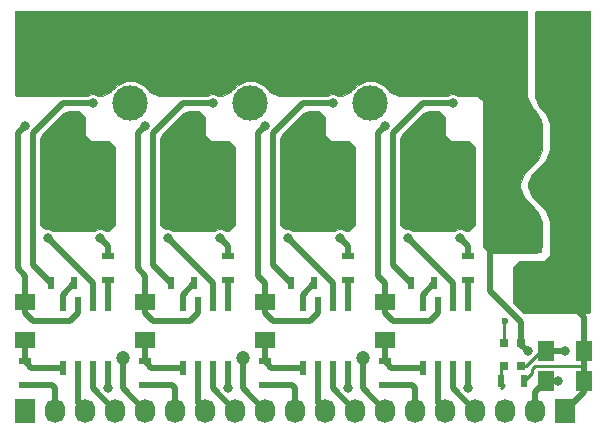
<source format=gbr>
G04 #@! TF.FileFunction,Copper,L1,Top,Signal*
%FSLAX46Y46*%
G04 Gerber Fmt 4.6, Leading zero omitted, Abs format (unit mm)*
G04 Created by KiCad (PCBNEW 4.0.7) date 01/30/18 18:32:40*
%MOMM*%
%LPD*%
G01*
G04 APERTURE LIST*
%ADD10C,0.100000*%
%ADD11R,1.800000X1.400000*%
%ADD12R,1.000000X0.600000*%
%ADD13R,0.600000X1.000000*%
%ADD14R,0.600000X1.300000*%
%ADD15R,1.727200X2.032000*%
%ADD16O,1.727200X2.032000*%
%ADD17R,1.400000X1.800000*%
%ADD18R,1.300000X1.300000*%
%ADD19C,1.300000*%
%ADD20R,2.032000X1.727200*%
%ADD21O,2.032000X1.727200*%
%ADD22R,0.797560X0.797560*%
%ADD23C,3.000000*%
%ADD24C,1.200000*%
%ADD25C,0.800000*%
%ADD26C,0.600000*%
%ADD27C,0.500000*%
%ADD28C,0.250000*%
%ADD29C,0.026000*%
G04 APERTURE END LIST*
D10*
D11*
X5080000Y-30150000D03*
X5080000Y-33350000D03*
X15240000Y-30150000D03*
X15240000Y-33350000D03*
D12*
X5080000Y-35195000D03*
X5080000Y-37195000D03*
X15240000Y-35195000D03*
X15240000Y-37195000D03*
D13*
X7255000Y-28575000D03*
X9255000Y-28575000D03*
D12*
X12065000Y-26305000D03*
X12065000Y-28305000D03*
D13*
X17415000Y-28575000D03*
X19415000Y-28575000D03*
D12*
X22225000Y-26305000D03*
X22225000Y-28305000D03*
D14*
X8255000Y-35720000D03*
X9525000Y-35720000D03*
X10795000Y-35720000D03*
X12065000Y-35720000D03*
X12065000Y-30320000D03*
X10795000Y-30320000D03*
X9525000Y-30320000D03*
X8255000Y-30320000D03*
X18415000Y-35720000D03*
X19685000Y-35720000D03*
X20955000Y-35720000D03*
X22225000Y-35720000D03*
X22225000Y-30320000D03*
X20955000Y-30320000D03*
X19685000Y-30320000D03*
X18415000Y-30320000D03*
D11*
X25400000Y-30150000D03*
X25400000Y-33350000D03*
X35560000Y-30150000D03*
X35560000Y-33350000D03*
D12*
X25400000Y-35195000D03*
X25400000Y-37195000D03*
X35560000Y-35195000D03*
X35560000Y-37195000D03*
D15*
X5080000Y-39370000D03*
D16*
X7620000Y-39370000D03*
X10160000Y-39370000D03*
X12700000Y-39370000D03*
X15240000Y-39370000D03*
X17780000Y-39370000D03*
X20320000Y-39370000D03*
X22860000Y-39370000D03*
X25400000Y-39370000D03*
X27940000Y-39370000D03*
X30480000Y-39370000D03*
X33020000Y-39370000D03*
X35560000Y-39370000D03*
X38100000Y-39370000D03*
X40640000Y-39370000D03*
X43180000Y-39370000D03*
D13*
X27575000Y-28575000D03*
X29575000Y-28575000D03*
D12*
X32385000Y-26305000D03*
X32385000Y-28305000D03*
D13*
X37735000Y-28575000D03*
X39735000Y-28575000D03*
D12*
X42545000Y-26305000D03*
X42545000Y-28305000D03*
D14*
X28575000Y-35720000D03*
X29845000Y-35720000D03*
X31115000Y-35720000D03*
X32385000Y-35720000D03*
X32385000Y-30320000D03*
X31115000Y-30320000D03*
X29845000Y-30320000D03*
X28575000Y-30320000D03*
X38735000Y-35720000D03*
X40005000Y-35720000D03*
X41275000Y-35720000D03*
X42545000Y-35720000D03*
X42545000Y-30320000D03*
X41275000Y-30320000D03*
X40005000Y-30320000D03*
X38735000Y-30320000D03*
D17*
X52400000Y-36830000D03*
X49200000Y-36830000D03*
X52400000Y-34290000D03*
X49200000Y-34290000D03*
D18*
X48260000Y-25400000D03*
D19*
X48260000Y-30400000D03*
D18*
X48260000Y-15240000D03*
D19*
X48260000Y-20240000D03*
D15*
X50800000Y-39370000D03*
D16*
X48260000Y-39370000D03*
X45720000Y-39370000D03*
D20*
X45720000Y-6350000D03*
D21*
X45720000Y-8890000D03*
X45720000Y-11430000D03*
X45720000Y-13970000D03*
D20*
X50800000Y-6350000D03*
D21*
X50800000Y-8890000D03*
X50800000Y-11430000D03*
X50800000Y-13970000D03*
D13*
X47355000Y-36830000D03*
X45355000Y-36830000D03*
D22*
X47104300Y-33655000D03*
X45605700Y-33655000D03*
X47104300Y-35560000D03*
X45605700Y-35560000D03*
D23*
X34290000Y-13335000D03*
X13970000Y-13335000D03*
X24130000Y-13335000D03*
D24*
X8890000Y-15240000D03*
X7620000Y-16510000D03*
X8890000Y-16510000D03*
X10160000Y-20320000D03*
X10160000Y-21590000D03*
X11430000Y-17780000D03*
X10160000Y-17780000D03*
X8890000Y-17780000D03*
X7620000Y-17780000D03*
X7620000Y-19050000D03*
X7620000Y-20320000D03*
X7620000Y-21590000D03*
X7620000Y-22860000D03*
X8890000Y-22860000D03*
X10160000Y-22860000D03*
X11430000Y-22860000D03*
X11430000Y-21590000D03*
X11430000Y-20320000D03*
X11430000Y-19050000D03*
X10160000Y-19050000D03*
X8890000Y-19050000D03*
X8890000Y-20320000D03*
X8890000Y-21590000D03*
D25*
X5080000Y-15240000D03*
D24*
X19050000Y-15240000D03*
X17780000Y-17780000D03*
X17780000Y-16510000D03*
X19050000Y-16510000D03*
X17780000Y-19050000D03*
X17780000Y-20320000D03*
X17780000Y-21590000D03*
X17780000Y-22860000D03*
X19050000Y-22860000D03*
X19050000Y-21590000D03*
X19050000Y-20320000D03*
X19050000Y-19050000D03*
X19050000Y-17780000D03*
X20320000Y-17780000D03*
X20320000Y-19050000D03*
X20320000Y-20320000D03*
X20320000Y-21590000D03*
X20320000Y-22860000D03*
X21590000Y-22860000D03*
X21590000Y-21590000D03*
X21590000Y-20320000D03*
X21590000Y-19050000D03*
X21590000Y-17780000D03*
D25*
X15240000Y-15240000D03*
X10795000Y-13335000D03*
X11430000Y-24765000D03*
X20955000Y-13335000D03*
X21590000Y-24765000D03*
X47625000Y-34290000D03*
D24*
X29210000Y-15240000D03*
X27940000Y-17780000D03*
X27940000Y-16510000D03*
X29210000Y-16510000D03*
X27940000Y-19050000D03*
X27940000Y-20320000D03*
X27940000Y-21590000D03*
X27940000Y-22860000D03*
X29210000Y-22860000D03*
X29210000Y-21590000D03*
X29210000Y-20320000D03*
X29210000Y-19050000D03*
X29210000Y-17780000D03*
X30480000Y-17780000D03*
X30480000Y-19050000D03*
X30480000Y-20320000D03*
X30480000Y-21590000D03*
X30480000Y-22860000D03*
X31750000Y-22860000D03*
X31750000Y-21590000D03*
X31750000Y-20320000D03*
X31750000Y-19050000D03*
X31750000Y-17780000D03*
D25*
X25400000Y-15240000D03*
D24*
X39370000Y-20320000D03*
X39370000Y-21590000D03*
X39370000Y-22860000D03*
X39370000Y-19050000D03*
X39370000Y-17780000D03*
X40640000Y-17780000D03*
X40640000Y-19050000D03*
X40640000Y-20320000D03*
X40640000Y-21590000D03*
X40640000Y-22860000D03*
X41910000Y-22860000D03*
X41910000Y-21590000D03*
X41910000Y-20320000D03*
X41910000Y-19050000D03*
X41910000Y-17780000D03*
X39370000Y-15240000D03*
X38100000Y-17780000D03*
X38100000Y-16510000D03*
X39370000Y-16510000D03*
X38100000Y-19050000D03*
X38100000Y-20320000D03*
X38100000Y-21590000D03*
X38100000Y-22860000D03*
D25*
X35560000Y-15240000D03*
X12065000Y-37465000D03*
X22225000Y-37465000D03*
X32385000Y-37465000D03*
X42545000Y-37465000D03*
D24*
X33655000Y-34925000D03*
X23495000Y-34925000D03*
X13335000Y-34925000D03*
D25*
X37465000Y-24765000D03*
X27305000Y-24765000D03*
X17145000Y-24765000D03*
X6985000Y-24765000D03*
X31115000Y-13335000D03*
X31750000Y-24765000D03*
X41275000Y-13335000D03*
X41910000Y-24765000D03*
X50800000Y-34290000D03*
X50165000Y-36830000D03*
D26*
X45720000Y-31750000D03*
D27*
X8890000Y-16510000D02*
X7620000Y-16510000D01*
X10160000Y-20320000D02*
X10160000Y-21590000D01*
X11430000Y-17780000D02*
X10160000Y-17780000D01*
X8890000Y-17780000D02*
X7620000Y-17780000D01*
X7620000Y-19050000D02*
X7620000Y-20320000D01*
X7620000Y-21590000D02*
X7620000Y-22860000D01*
X8890000Y-22860000D02*
X10160000Y-22860000D01*
X11430000Y-22860000D02*
X11430000Y-21590000D01*
X11430000Y-20320000D02*
X11430000Y-19050000D01*
X10160000Y-19050000D02*
X8890000Y-19050000D01*
X8890000Y-20320000D02*
X8890000Y-21590000D01*
X4445000Y-26035000D02*
X4445000Y-27305000D01*
X5080000Y-27940000D02*
X5080000Y-30150000D01*
X4445000Y-27305000D02*
X5080000Y-27940000D01*
X4445000Y-26035000D02*
X4445000Y-15875000D01*
X4445000Y-15875000D02*
X5080000Y-15240000D01*
X9525000Y-30320000D02*
X9525000Y-31115000D01*
X9525000Y-31115000D02*
X8890000Y-31750000D01*
X8890000Y-31750000D02*
X5715000Y-31750000D01*
X5715000Y-31750000D02*
X5080000Y-31115000D01*
X5080000Y-31115000D02*
X5080000Y-30150000D01*
X8255000Y-35720000D02*
X5605000Y-35720000D01*
X5605000Y-35720000D02*
X5080000Y-35195000D01*
X5080000Y-35195000D02*
X5080000Y-33350000D01*
X17780000Y-16510000D02*
X17780000Y-17780000D01*
X19050000Y-16510000D02*
X19050000Y-15240000D01*
X17780000Y-19050000D02*
X17780000Y-20320000D01*
X17780000Y-21590000D02*
X17780000Y-22860000D01*
X19050000Y-22860000D02*
X19050000Y-21590000D01*
X19050000Y-20320000D02*
X19050000Y-19050000D01*
X19050000Y-17780000D02*
X20320000Y-17780000D01*
X20320000Y-19050000D02*
X20320000Y-20320000D01*
X20320000Y-21590000D02*
X20320000Y-22860000D01*
X21590000Y-22860000D02*
X21590000Y-21590000D01*
X21590000Y-20320000D02*
X21590000Y-19050000D01*
X14605000Y-25400000D02*
X14605000Y-27305000D01*
X15240000Y-27940000D02*
X15240000Y-30150000D01*
X14605000Y-27305000D02*
X15240000Y-27940000D01*
X14605000Y-15875000D02*
X15240000Y-15240000D01*
X14605000Y-25400000D02*
X14605000Y-15875000D01*
X19685000Y-30320000D02*
X19685000Y-31115000D01*
X19685000Y-31115000D02*
X19050000Y-31750000D01*
X19050000Y-31750000D02*
X15875000Y-31750000D01*
X15875000Y-31750000D02*
X15240000Y-31115000D01*
X15240000Y-31115000D02*
X15240000Y-30150000D01*
X18415000Y-35720000D02*
X15765000Y-35720000D01*
X15765000Y-35720000D02*
X15240000Y-35195000D01*
X15240000Y-35195000D02*
X15240000Y-33350000D01*
X7255000Y-28575000D02*
X5715000Y-27035000D01*
X8255000Y-13335000D02*
X10795000Y-13335000D01*
X5715000Y-15875000D02*
X8255000Y-13335000D01*
X5715000Y-27035000D02*
X5715000Y-15875000D01*
X9255000Y-28575000D02*
X8255000Y-29575000D01*
X8255000Y-29575000D02*
X8255000Y-30320000D01*
X11430000Y-24765000D02*
X12065000Y-25400000D01*
X12065000Y-25400000D02*
X12065000Y-26305000D01*
X12065000Y-28305000D02*
X12065000Y-29845000D01*
X12065000Y-29845000D02*
X12065000Y-30320000D01*
X17415000Y-28575000D02*
X15875000Y-27035000D01*
X18415000Y-13335000D02*
X20955000Y-13335000D01*
X15875000Y-15875000D02*
X18415000Y-13335000D01*
X15875000Y-27035000D02*
X15875000Y-15875000D01*
X19415000Y-28575000D02*
X18415000Y-29575000D01*
X18415000Y-29575000D02*
X18415000Y-30320000D01*
X22225000Y-26305000D02*
X22225000Y-25400000D01*
X22225000Y-25400000D02*
X21590000Y-24765000D01*
X22225000Y-28305000D02*
X22225000Y-30320000D01*
X9525000Y-35720000D02*
X9525000Y-38735000D01*
X9525000Y-38735000D02*
X10160000Y-39370000D01*
X10795000Y-35720000D02*
X10795000Y-37465000D01*
X10795000Y-37465000D02*
X12700000Y-39370000D01*
X19685000Y-35720000D02*
X19685000Y-38735000D01*
X19685000Y-38735000D02*
X20320000Y-39370000D01*
X20955000Y-35720000D02*
X20955000Y-37465000D01*
X20955000Y-37465000D02*
X22860000Y-39370000D01*
X47625000Y-34290000D02*
X47104300Y-33769300D01*
X47104300Y-33769300D02*
X47104300Y-33655000D01*
X47104300Y-33655000D02*
X47104300Y-31864300D01*
X45085000Y-25400000D02*
X48260000Y-25400000D01*
X44450000Y-26035000D02*
X45085000Y-25400000D01*
X44450000Y-29210000D02*
X44450000Y-26035000D01*
X47104300Y-31864300D02*
X44450000Y-29210000D01*
X27940000Y-16510000D02*
X27940000Y-17780000D01*
X29210000Y-16510000D02*
X29210000Y-15240000D01*
X27940000Y-19050000D02*
X27940000Y-20320000D01*
X27940000Y-21590000D02*
X27940000Y-22860000D01*
X29210000Y-22860000D02*
X29210000Y-21590000D01*
X29210000Y-20320000D02*
X29210000Y-19050000D01*
X29210000Y-17780000D02*
X30480000Y-17780000D01*
X30480000Y-19050000D02*
X30480000Y-20320000D01*
X30480000Y-21590000D02*
X30480000Y-22860000D01*
X31750000Y-22860000D02*
X31750000Y-21590000D01*
X31750000Y-20320000D02*
X31750000Y-19050000D01*
X25400000Y-30150000D02*
X25400000Y-28575000D01*
X24765000Y-27940000D02*
X24765000Y-25400000D01*
X25400000Y-28575000D02*
X24765000Y-27940000D01*
X25400000Y-15240000D02*
X24765000Y-15875000D01*
X24765000Y-15875000D02*
X24765000Y-25400000D01*
X25400000Y-30150000D02*
X25400000Y-31115000D01*
X29845000Y-31115000D02*
X29845000Y-30320000D01*
X29210000Y-31750000D02*
X29845000Y-31115000D01*
X26035000Y-31750000D02*
X29210000Y-31750000D01*
X25400000Y-31115000D02*
X26035000Y-31750000D01*
X28575000Y-35720000D02*
X25925000Y-35720000D01*
X25925000Y-35720000D02*
X25400000Y-35195000D01*
X25400000Y-35195000D02*
X25400000Y-33350000D01*
X38100000Y-22860000D02*
X39370000Y-22860000D01*
X39370000Y-21590000D02*
X39370000Y-20320000D01*
X39370000Y-19050000D02*
X39370000Y-17780000D01*
X40640000Y-17780000D02*
X40640000Y-19050000D01*
X40640000Y-20320000D02*
X40640000Y-21590000D01*
X40640000Y-22860000D02*
X41910000Y-22860000D01*
X41910000Y-21590000D02*
X41910000Y-20320000D01*
X41910000Y-19050000D02*
X41910000Y-17780000D01*
X38100000Y-16510000D02*
X38100000Y-17780000D01*
X39370000Y-16510000D02*
X39370000Y-15240000D01*
X38100000Y-19050000D02*
X38100000Y-20320000D01*
X38100000Y-21590000D02*
X38100000Y-22860000D01*
X34925000Y-15875000D02*
X34925000Y-27940000D01*
X35560000Y-28575000D02*
X35560000Y-30150000D01*
X34925000Y-27940000D02*
X35560000Y-28575000D01*
X35560000Y-15240000D02*
X34925000Y-15875000D01*
X35560000Y-30150000D02*
X35560000Y-31115000D01*
X35560000Y-31115000D02*
X36195000Y-31750000D01*
X36195000Y-31750000D02*
X39370000Y-31750000D01*
X39370000Y-31750000D02*
X40005000Y-31115000D01*
X40005000Y-31115000D02*
X40005000Y-30320000D01*
X38735000Y-35720000D02*
X36085000Y-35720000D01*
X36085000Y-35720000D02*
X35560000Y-35195000D01*
X35560000Y-33350000D02*
X35560000Y-35195000D01*
X12065000Y-37465000D02*
X12065000Y-35720000D01*
X5080000Y-37195000D02*
X7350000Y-37195000D01*
X7620000Y-37465000D02*
X7620000Y-39370000D01*
X7350000Y-37195000D02*
X7620000Y-37465000D01*
X22225000Y-35720000D02*
X22225000Y-37465000D01*
X15240000Y-37195000D02*
X17510000Y-37195000D01*
X17780000Y-37465000D02*
X17780000Y-39370000D01*
X17510000Y-37195000D02*
X17780000Y-37465000D01*
X32385000Y-37465000D02*
X32385000Y-35720000D01*
X25400000Y-37195000D02*
X27670000Y-37195000D01*
X27940000Y-37465000D02*
X27940000Y-39370000D01*
X27670000Y-37195000D02*
X27940000Y-37465000D01*
X42545000Y-35720000D02*
X42545000Y-37465000D01*
X35560000Y-37195000D02*
X37830000Y-37195000D01*
X38100000Y-37465000D02*
X38100000Y-39370000D01*
X37830000Y-37195000D02*
X38100000Y-37465000D01*
D28*
X47355000Y-36830000D02*
X48006000Y-36179000D01*
X48260000Y-35560000D02*
X52400000Y-35560000D01*
X48006000Y-35814000D02*
X48260000Y-35560000D01*
X48006000Y-36179000D02*
X48006000Y-35814000D01*
X52400000Y-35560000D02*
X52324000Y-35560000D01*
X52324000Y-35560000D02*
X52400000Y-35560000D01*
D27*
X50800000Y-39370000D02*
X52400000Y-37770000D01*
X52400000Y-37770000D02*
X52400000Y-36830000D01*
X52400000Y-34290000D02*
X52400000Y-31445000D01*
X51355000Y-30400000D02*
X48260000Y-30400000D01*
X52400000Y-31445000D02*
X51355000Y-30400000D01*
X52400000Y-36830000D02*
X52400000Y-35560000D01*
X52400000Y-35560000D02*
X52400000Y-34290000D01*
X10795000Y-30320000D02*
X10795000Y-28575000D01*
X10795000Y-28575000D02*
X6985000Y-24765000D01*
X20955000Y-30320000D02*
X20955000Y-28575000D01*
X20955000Y-28575000D02*
X17145000Y-24765000D01*
X31115000Y-30320000D02*
X31115000Y-28575000D01*
X31115000Y-28575000D02*
X27305000Y-24765000D01*
X41275000Y-30320000D02*
X41275000Y-28575000D01*
X41275000Y-28575000D02*
X37465000Y-24765000D01*
X35560000Y-39370000D02*
X33655000Y-37465000D01*
X33655000Y-37465000D02*
X33655000Y-34925000D01*
X25400000Y-39370000D02*
X23495000Y-37465000D01*
X23495000Y-37465000D02*
X23495000Y-34925000D01*
X15240000Y-39370000D02*
X13335000Y-37465000D01*
X13335000Y-37465000D02*
X13335000Y-34925000D01*
X29845000Y-35720000D02*
X29845000Y-38735000D01*
X29845000Y-38735000D02*
X30480000Y-39370000D01*
X31115000Y-35720000D02*
X31115000Y-37465000D01*
X31115000Y-37465000D02*
X33020000Y-39370000D01*
X40005000Y-35720000D02*
X40005000Y-38735000D01*
X40005000Y-38735000D02*
X40640000Y-39370000D01*
X41275000Y-35720000D02*
X41275000Y-37465000D01*
X41275000Y-37465000D02*
X43180000Y-39370000D01*
X27575000Y-28575000D02*
X26035000Y-27035000D01*
X28575000Y-13335000D02*
X31115000Y-13335000D01*
X26035000Y-15875000D02*
X28575000Y-13335000D01*
X26035000Y-27035000D02*
X26035000Y-15875000D01*
X31750000Y-24765000D02*
X32385000Y-25400000D01*
X32385000Y-25400000D02*
X32385000Y-26305000D01*
X37735000Y-28575000D02*
X36195000Y-27035000D01*
X38735000Y-13335000D02*
X41275000Y-13335000D01*
X36195000Y-15875000D02*
X38735000Y-13335000D01*
X36195000Y-27035000D02*
X36195000Y-15875000D01*
X41910000Y-24765000D02*
X42545000Y-25400000D01*
X42545000Y-25400000D02*
X42545000Y-26305000D01*
X29575000Y-28575000D02*
X28575000Y-29575000D01*
X28575000Y-29575000D02*
X28575000Y-30320000D01*
X32385000Y-30320000D02*
X32385000Y-28305000D01*
X39735000Y-28575000D02*
X38735000Y-29575000D01*
X38735000Y-29575000D02*
X38735000Y-30320000D01*
X42545000Y-28305000D02*
X42545000Y-30320000D01*
D28*
X47104300Y-35560000D02*
X47498000Y-35560000D01*
X47498000Y-35560000D02*
X48768000Y-34290000D01*
X48768000Y-34290000D02*
X49200000Y-34290000D01*
D27*
X50800000Y-34290000D02*
X49200000Y-34290000D01*
X48260000Y-39370000D02*
X48260000Y-37770000D01*
X48260000Y-37770000D02*
X49200000Y-36830000D01*
X49200000Y-36830000D02*
X50165000Y-36830000D01*
D28*
X45605700Y-35560000D02*
X45355000Y-35810700D01*
X45355000Y-35810700D02*
X45355000Y-36830000D01*
X45355000Y-37465000D02*
X45605700Y-37214300D01*
X45605700Y-33655000D02*
X45605700Y-31864300D01*
X45605700Y-31864300D02*
X45720000Y-31750000D01*
D29*
G36*
X47612000Y-5585384D02*
X47612000Y-12835000D01*
X47612990Y-12839975D01*
X47966543Y-13693528D01*
X47969361Y-13697745D01*
X48530426Y-14258810D01*
X48882000Y-15107585D01*
X48882000Y-17277415D01*
X48530426Y-18126190D01*
X47334361Y-19322255D01*
X47331543Y-19326472D01*
X46977990Y-20180025D01*
X46977000Y-20185000D01*
X46977000Y-20455000D01*
X46977990Y-20459975D01*
X47331543Y-21313528D01*
X47334361Y-21317745D01*
X48530426Y-22513810D01*
X48882000Y-23362585D01*
X48882000Y-25529616D01*
X48389616Y-26022000D01*
X44320384Y-26022000D01*
X43828000Y-25529616D01*
X43828000Y-13200000D01*
X43826976Y-13194942D01*
X43824192Y-13190808D01*
X43324192Y-12690808D01*
X43319892Y-12687955D01*
X43315000Y-12687000D01*
X41704067Y-12687000D01*
X41427436Y-12572133D01*
X41123896Y-12571868D01*
X40845255Y-12687000D01*
X36697585Y-12687000D01*
X35901827Y-12357386D01*
X35870295Y-12281074D01*
X35346682Y-11756547D01*
X34662199Y-11472324D01*
X34560936Y-11472236D01*
X34429975Y-11417990D01*
X34425000Y-11417000D01*
X34155000Y-11417000D01*
X34150025Y-11417990D01*
X34020202Y-11471764D01*
X33921052Y-11471678D01*
X33236074Y-11754705D01*
X32711547Y-12278318D01*
X32678827Y-12357115D01*
X31882415Y-12687000D01*
X31544067Y-12687000D01*
X31267436Y-12572133D01*
X30963896Y-12571868D01*
X30685255Y-12687000D01*
X26537585Y-12687000D01*
X25741827Y-12357386D01*
X25710295Y-12281074D01*
X25186682Y-11756547D01*
X24502199Y-11472324D01*
X24400936Y-11472236D01*
X24269975Y-11417990D01*
X24265000Y-11417000D01*
X23995000Y-11417000D01*
X23990025Y-11417990D01*
X23860202Y-11471764D01*
X23761052Y-11471678D01*
X23076074Y-11754705D01*
X22551547Y-12278318D01*
X22518827Y-12357115D01*
X21722415Y-12687000D01*
X21384067Y-12687000D01*
X21107436Y-12572133D01*
X20803896Y-12571868D01*
X20525255Y-12687000D01*
X16377585Y-12687000D01*
X15581827Y-12357386D01*
X15550295Y-12281074D01*
X15026682Y-11756547D01*
X14342199Y-11472324D01*
X14240936Y-11472236D01*
X14109975Y-11417990D01*
X14105000Y-11417000D01*
X13835000Y-11417000D01*
X13830025Y-11417990D01*
X13700202Y-11471764D01*
X13601052Y-11471678D01*
X12916074Y-11754705D01*
X12391547Y-12278318D01*
X12358827Y-12357115D01*
X11562415Y-12687000D01*
X11224067Y-12687000D01*
X10947436Y-12572133D01*
X10643896Y-12571868D01*
X10365255Y-12687000D01*
X4315384Y-12687000D01*
X4248000Y-12619616D01*
X4248000Y-5518000D01*
X47544616Y-5518000D01*
X47612000Y-5585384D01*
X47612000Y-5585384D01*
G37*
X47612000Y-5585384D02*
X47612000Y-12835000D01*
X47612990Y-12839975D01*
X47966543Y-13693528D01*
X47969361Y-13697745D01*
X48530426Y-14258810D01*
X48882000Y-15107585D01*
X48882000Y-17277415D01*
X48530426Y-18126190D01*
X47334361Y-19322255D01*
X47331543Y-19326472D01*
X46977990Y-20180025D01*
X46977000Y-20185000D01*
X46977000Y-20455000D01*
X46977990Y-20459975D01*
X47331543Y-21313528D01*
X47334361Y-21317745D01*
X48530426Y-22513810D01*
X48882000Y-23362585D01*
X48882000Y-25529616D01*
X48389616Y-26022000D01*
X44320384Y-26022000D01*
X43828000Y-25529616D01*
X43828000Y-13200000D01*
X43826976Y-13194942D01*
X43824192Y-13190808D01*
X43324192Y-12690808D01*
X43319892Y-12687955D01*
X43315000Y-12687000D01*
X41704067Y-12687000D01*
X41427436Y-12572133D01*
X41123896Y-12571868D01*
X40845255Y-12687000D01*
X36697585Y-12687000D01*
X35901827Y-12357386D01*
X35870295Y-12281074D01*
X35346682Y-11756547D01*
X34662199Y-11472324D01*
X34560936Y-11472236D01*
X34429975Y-11417990D01*
X34425000Y-11417000D01*
X34155000Y-11417000D01*
X34150025Y-11417990D01*
X34020202Y-11471764D01*
X33921052Y-11471678D01*
X33236074Y-11754705D01*
X32711547Y-12278318D01*
X32678827Y-12357115D01*
X31882415Y-12687000D01*
X31544067Y-12687000D01*
X31267436Y-12572133D01*
X30963896Y-12571868D01*
X30685255Y-12687000D01*
X26537585Y-12687000D01*
X25741827Y-12357386D01*
X25710295Y-12281074D01*
X25186682Y-11756547D01*
X24502199Y-11472324D01*
X24400936Y-11472236D01*
X24269975Y-11417990D01*
X24265000Y-11417000D01*
X23995000Y-11417000D01*
X23990025Y-11417990D01*
X23860202Y-11471764D01*
X23761052Y-11471678D01*
X23076074Y-11754705D01*
X22551547Y-12278318D01*
X22518827Y-12357115D01*
X21722415Y-12687000D01*
X21384067Y-12687000D01*
X21107436Y-12572133D01*
X20803896Y-12571868D01*
X20525255Y-12687000D01*
X16377585Y-12687000D01*
X15581827Y-12357386D01*
X15550295Y-12281074D01*
X15026682Y-11756547D01*
X14342199Y-11472324D01*
X14240936Y-11472236D01*
X14109975Y-11417990D01*
X14105000Y-11417000D01*
X13835000Y-11417000D01*
X13830025Y-11417990D01*
X13700202Y-11471764D01*
X13601052Y-11471678D01*
X12916074Y-11754705D01*
X12391547Y-12278318D01*
X12358827Y-12357115D01*
X11562415Y-12687000D01*
X11224067Y-12687000D01*
X10947436Y-12572133D01*
X10643896Y-12571868D01*
X10365255Y-12687000D01*
X4315384Y-12687000D01*
X4248000Y-12619616D01*
X4248000Y-5518000D01*
X47544616Y-5518000D01*
X47612000Y-5585384D01*
G36*
X10147000Y-14475384D02*
X10147000Y-16010000D01*
X10148024Y-16015058D01*
X10150808Y-16019192D01*
X10650808Y-16519192D01*
X10655108Y-16522045D01*
X10660000Y-16523000D01*
X12194616Y-16523000D01*
X12687000Y-17015384D01*
X12687000Y-23624616D01*
X12194616Y-24117000D01*
X11859067Y-24117000D01*
X11582436Y-24002133D01*
X11278896Y-24001868D01*
X11000255Y-24117000D01*
X7414067Y-24117000D01*
X7137436Y-24002133D01*
X6833896Y-24001868D01*
X6767632Y-24029248D01*
X6363000Y-23624616D01*
X6363000Y-16377585D01*
X6563587Y-15893325D01*
X8273327Y-14183586D01*
X8757585Y-13983000D01*
X9654616Y-13983000D01*
X10147000Y-14475384D01*
X10147000Y-14475384D01*
G37*
X10147000Y-14475384D02*
X10147000Y-16010000D01*
X10148024Y-16015058D01*
X10150808Y-16019192D01*
X10650808Y-16519192D01*
X10655108Y-16522045D01*
X10660000Y-16523000D01*
X12194616Y-16523000D01*
X12687000Y-17015384D01*
X12687000Y-23624616D01*
X12194616Y-24117000D01*
X11859067Y-24117000D01*
X11582436Y-24002133D01*
X11278896Y-24001868D01*
X11000255Y-24117000D01*
X7414067Y-24117000D01*
X7137436Y-24002133D01*
X6833896Y-24001868D01*
X6767632Y-24029248D01*
X6363000Y-23624616D01*
X6363000Y-16377585D01*
X6563587Y-15893325D01*
X8273327Y-14183586D01*
X8757585Y-13983000D01*
X9654616Y-13983000D01*
X10147000Y-14475384D01*
G36*
X20307000Y-14475384D02*
X20307000Y-16010000D01*
X20308024Y-16015058D01*
X20310808Y-16019192D01*
X20810808Y-16519192D01*
X20815108Y-16522045D01*
X20820000Y-16523000D01*
X22354616Y-16523000D01*
X22847000Y-17015384D01*
X22847000Y-23624616D01*
X22354616Y-24117000D01*
X22019067Y-24117000D01*
X21742436Y-24002133D01*
X21438896Y-24001868D01*
X21160255Y-24117000D01*
X17574067Y-24117000D01*
X17297436Y-24002133D01*
X16993896Y-24001868D01*
X16927632Y-24029248D01*
X16523000Y-23624616D01*
X16523000Y-16377585D01*
X16723587Y-15893325D01*
X18433327Y-14183586D01*
X18917585Y-13983000D01*
X19814616Y-13983000D01*
X20307000Y-14475384D01*
X20307000Y-14475384D01*
G37*
X20307000Y-14475384D02*
X20307000Y-16010000D01*
X20308024Y-16015058D01*
X20310808Y-16019192D01*
X20810808Y-16519192D01*
X20815108Y-16522045D01*
X20820000Y-16523000D01*
X22354616Y-16523000D01*
X22847000Y-17015384D01*
X22847000Y-23624616D01*
X22354616Y-24117000D01*
X22019067Y-24117000D01*
X21742436Y-24002133D01*
X21438896Y-24001868D01*
X21160255Y-24117000D01*
X17574067Y-24117000D01*
X17297436Y-24002133D01*
X16993896Y-24001868D01*
X16927632Y-24029248D01*
X16523000Y-23624616D01*
X16523000Y-16377585D01*
X16723587Y-15893325D01*
X18433327Y-14183586D01*
X18917585Y-13983000D01*
X19814616Y-13983000D01*
X20307000Y-14475384D01*
G36*
X30467000Y-14475384D02*
X30467000Y-16010000D01*
X30468024Y-16015058D01*
X30470808Y-16019192D01*
X30970808Y-16519192D01*
X30975108Y-16522045D01*
X30980000Y-16523000D01*
X32514616Y-16523000D01*
X33007000Y-17015384D01*
X33007000Y-23624616D01*
X32514616Y-24117000D01*
X32179067Y-24117000D01*
X31902436Y-24002133D01*
X31598896Y-24001868D01*
X31320255Y-24117000D01*
X27734067Y-24117000D01*
X27457436Y-24002133D01*
X27153896Y-24001868D01*
X27087632Y-24029248D01*
X26683000Y-23624616D01*
X26683000Y-16377585D01*
X26883587Y-15893325D01*
X28593327Y-14183586D01*
X29077585Y-13983000D01*
X29974616Y-13983000D01*
X30467000Y-14475384D01*
X30467000Y-14475384D01*
G37*
X30467000Y-14475384D02*
X30467000Y-16010000D01*
X30468024Y-16015058D01*
X30470808Y-16019192D01*
X30970808Y-16519192D01*
X30975108Y-16522045D01*
X30980000Y-16523000D01*
X32514616Y-16523000D01*
X33007000Y-17015384D01*
X33007000Y-23624616D01*
X32514616Y-24117000D01*
X32179067Y-24117000D01*
X31902436Y-24002133D01*
X31598896Y-24001868D01*
X31320255Y-24117000D01*
X27734067Y-24117000D01*
X27457436Y-24002133D01*
X27153896Y-24001868D01*
X27087632Y-24029248D01*
X26683000Y-23624616D01*
X26683000Y-16377585D01*
X26883587Y-15893325D01*
X28593327Y-14183586D01*
X29077585Y-13983000D01*
X29974616Y-13983000D01*
X30467000Y-14475384D01*
G36*
X40627000Y-14475384D02*
X40627000Y-16010000D01*
X40628024Y-16015058D01*
X40630808Y-16019192D01*
X41130808Y-16519192D01*
X41135108Y-16522045D01*
X41140000Y-16523000D01*
X42674616Y-16523000D01*
X43167000Y-17015384D01*
X43167000Y-23624616D01*
X42674616Y-24117000D01*
X42339067Y-24117000D01*
X42062436Y-24002133D01*
X41758896Y-24001868D01*
X41480255Y-24117000D01*
X37894067Y-24117000D01*
X37617436Y-24002133D01*
X37313896Y-24001868D01*
X37247632Y-24029248D01*
X36843000Y-23624616D01*
X36843000Y-16377585D01*
X37043587Y-15893325D01*
X38753327Y-14183586D01*
X39237585Y-13983000D01*
X40134616Y-13983000D01*
X40627000Y-14475384D01*
X40627000Y-14475384D01*
G37*
X40627000Y-14475384D02*
X40627000Y-16010000D01*
X40628024Y-16015058D01*
X40630808Y-16019192D01*
X41130808Y-16519192D01*
X41135108Y-16522045D01*
X41140000Y-16523000D01*
X42674616Y-16523000D01*
X43167000Y-17015384D01*
X43167000Y-23624616D01*
X42674616Y-24117000D01*
X42339067Y-24117000D01*
X42062436Y-24002133D01*
X41758896Y-24001868D01*
X41480255Y-24117000D01*
X37894067Y-24117000D01*
X37617436Y-24002133D01*
X37313896Y-24001868D01*
X37247632Y-24029248D01*
X36843000Y-23624616D01*
X36843000Y-16377585D01*
X37043587Y-15893325D01*
X38753327Y-14183586D01*
X39237585Y-13983000D01*
X40134616Y-13983000D01*
X40627000Y-14475384D01*
G36*
X52902000Y-31034616D02*
X52834616Y-31102000D01*
X47208912Y-31102000D01*
X46368000Y-30261088D01*
X46368000Y-27175384D01*
X46860384Y-26683000D01*
X49030000Y-26683000D01*
X49035058Y-26681976D01*
X49039192Y-26679192D01*
X49539192Y-26179192D01*
X49542045Y-26174892D01*
X49543000Y-26170000D01*
X49543000Y-23360000D01*
X49542010Y-23355025D01*
X49188457Y-22501472D01*
X49185639Y-22497255D01*
X47989574Y-21301190D01*
X47638000Y-20452415D01*
X47638000Y-20187585D01*
X47989574Y-19338810D01*
X49185639Y-18142745D01*
X49188457Y-18138528D01*
X49542010Y-17284975D01*
X49543000Y-17280000D01*
X49543000Y-15105000D01*
X49542010Y-15100025D01*
X49188457Y-14246472D01*
X49185639Y-14242255D01*
X48624574Y-13681190D01*
X48273000Y-12832415D01*
X48273000Y-5585384D01*
X48340384Y-5518000D01*
X52902000Y-5518000D01*
X52902000Y-31034616D01*
X52902000Y-31034616D01*
G37*
X52902000Y-31034616D02*
X52834616Y-31102000D01*
X47208912Y-31102000D01*
X46368000Y-30261088D01*
X46368000Y-27175384D01*
X46860384Y-26683000D01*
X49030000Y-26683000D01*
X49035058Y-26681976D01*
X49039192Y-26679192D01*
X49539192Y-26179192D01*
X49542045Y-26174892D01*
X49543000Y-26170000D01*
X49543000Y-23360000D01*
X49542010Y-23355025D01*
X49188457Y-22501472D01*
X49185639Y-22497255D01*
X47989574Y-21301190D01*
X47638000Y-20452415D01*
X47638000Y-20187585D01*
X47989574Y-19338810D01*
X49185639Y-18142745D01*
X49188457Y-18138528D01*
X49542010Y-17284975D01*
X49543000Y-17280000D01*
X49543000Y-15105000D01*
X49542010Y-15100025D01*
X49188457Y-14246472D01*
X49185639Y-14242255D01*
X48624574Y-13681190D01*
X48273000Y-12832415D01*
X48273000Y-5585384D01*
X48340384Y-5518000D01*
X52902000Y-5518000D01*
X52902000Y-31034616D01*
M02*

</source>
